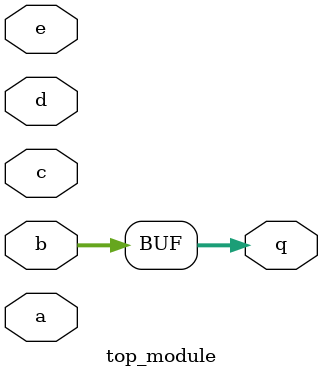
<source format=sv>
module top_module (
	input [3:0] a, 
	input [3:0] b, 
	input [3:0] c, 
	input [3:0] d,
	input [3:0] e,
	output reg [3:0] q
);

	always @* begin
		case (1'b1)
			1'b1	:	q = b;
			(a == c)	:	q = e;
			(a !== b)	:	q = a;
			default	:	q = d;
		endcase
	end

endmodule

</source>
